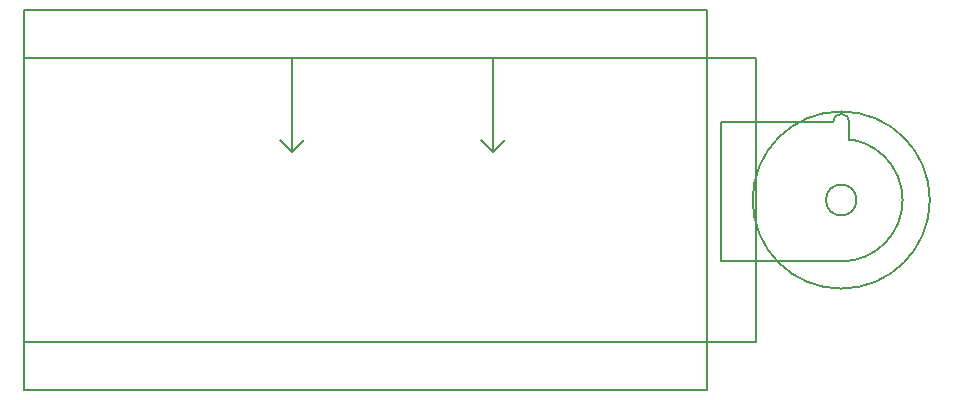
<source format=gto>
G04 #@! TF.FileFunction,Legend,Top*
%FSLAX46Y46*%
G04 Gerber Fmt 4.6, Leading zero omitted, Abs format (unit mm)*
G04 Created by KiCad (PCBNEW 4.0.2-stable) date 19/05/2016 18:52:09*
%MOMM*%
G01*
G04 APERTURE LIST*
%ADD10C,0.100000*%
%ADD11C,0.200000*%
%ADD12C,0.150000*%
G04 APERTURE END LIST*
D10*
D11*
X100000000Y-71750000D02*
X100000000Y-95750000D01*
X162000000Y-71750000D02*
X100000000Y-71750000D01*
X162000000Y-95750000D02*
X162000000Y-71750000D01*
X100000000Y-95750000D02*
X162000000Y-95750000D01*
D12*
X123700000Y-78650000D02*
X122700000Y-79650000D01*
X122700000Y-79650000D02*
X121700000Y-78650000D01*
X122700000Y-71650000D02*
X122700000Y-79650000D01*
X139700000Y-79650000D02*
X138700000Y-78650000D01*
X139700000Y-71650000D02*
X139700000Y-79650000D01*
X139700000Y-79650000D02*
X140700000Y-78650000D01*
X100000000Y-99800000D02*
X157800000Y-99800000D01*
X157800000Y-99800000D02*
X157800000Y-67700000D01*
X157800000Y-67700000D02*
X100000000Y-67700000D01*
X100000000Y-67700000D02*
X100000000Y-99800000D01*
X170500000Y-83750000D02*
G75*
G03X170500000Y-83750000I-1300000J0D01*
G01*
X169900000Y-77150000D02*
X169900000Y-78650000D01*
X169900000Y-78650000D02*
X170200000Y-78650000D01*
X174300000Y-84750000D02*
G75*
G03X170200000Y-78650000I-5100000J1000000D01*
G01*
X159000000Y-88950000D02*
X169200000Y-88950000D01*
X169200000Y-88950000D02*
G75*
G03X174400000Y-83750000I0J5200000D01*
G01*
X168500000Y-77150000D02*
X165600000Y-77150000D01*
X169900000Y-77150000D02*
G75*
G03X169200000Y-76450000I-700000J0D01*
G01*
X169200000Y-76450000D02*
G75*
G03X168500000Y-77150000I0J-700000D01*
G01*
X159000000Y-88950000D02*
X159000000Y-77150000D01*
X159000000Y-77150000D02*
X165600000Y-77150000D01*
X176700000Y-83750000D02*
G75*
G03X176700000Y-83750000I-7500000J0D01*
G01*
M02*

</source>
